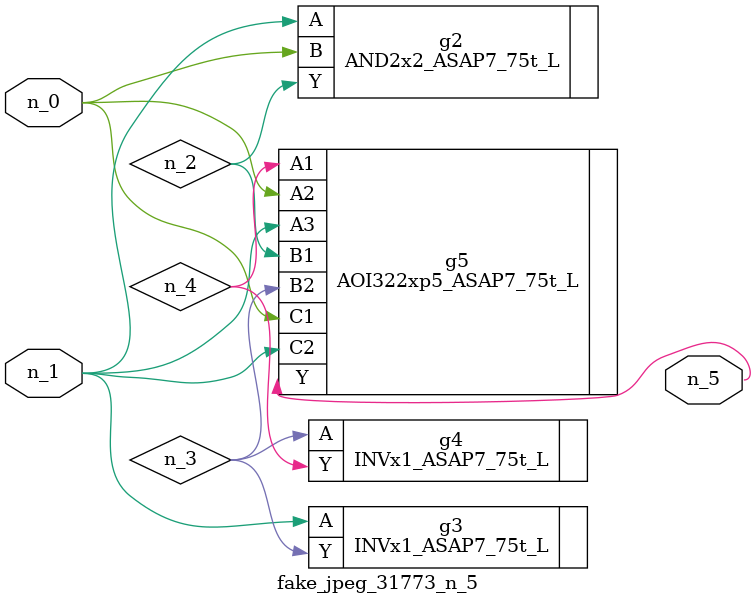
<source format=v>
module fake_jpeg_31773_n_5 (n_0, n_1, n_5);

input n_0;
input n_1;

output n_5;

wire n_2;
wire n_3;
wire n_4;

AND2x2_ASAP7_75t_L g2 ( 
.A(n_1),
.B(n_0),
.Y(n_2)
);

INVx1_ASAP7_75t_L g3 ( 
.A(n_1),
.Y(n_3)
);

INVx1_ASAP7_75t_L g4 ( 
.A(n_3),
.Y(n_4)
);

AOI322xp5_ASAP7_75t_L g5 ( 
.A1(n_4),
.A2(n_0),
.A3(n_1),
.B1(n_2),
.B2(n_3),
.C1(n_0),
.C2(n_1),
.Y(n_5)
);


endmodule
</source>
